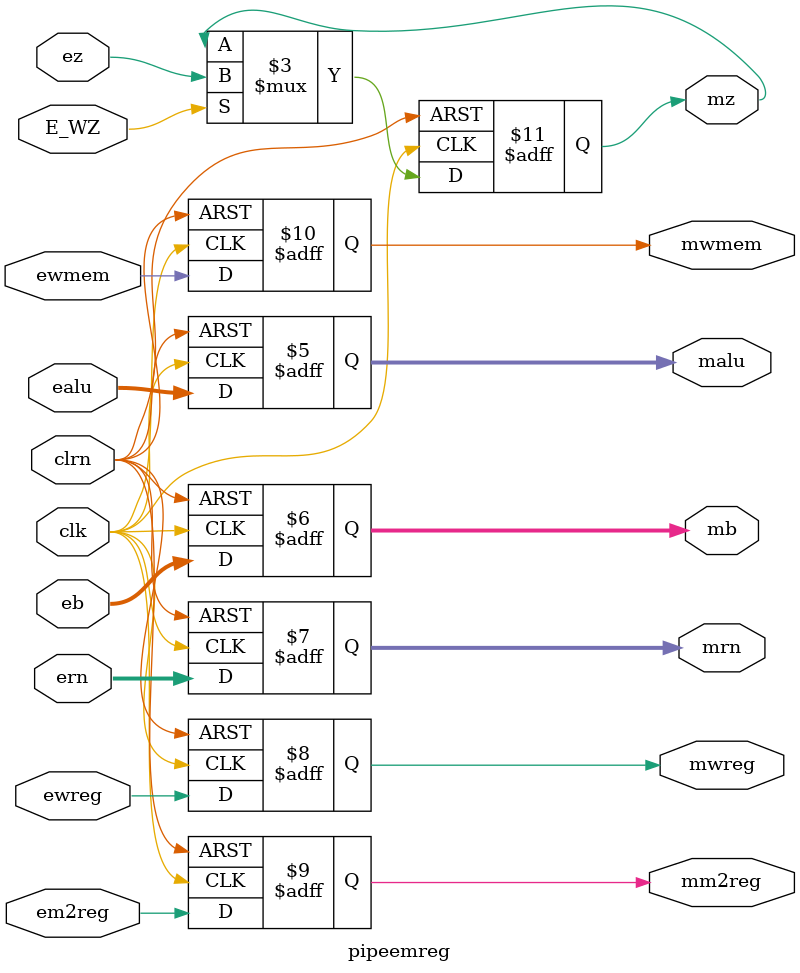
<source format=v>
`timescale 1ns / 1ps
module pipeemreg(ewreg,em2reg,ewmem,ealu,eb,ern,ez,E_WZ,clk,clrn,
                 mwreg,mm2reg,mwmem,malu,mb,mrn,mz
    );
	 input [31:0] ealu,eb;
	 input [4:0] ern;
	 input ewreg,em2reg,ewmem,E_WZ,ez;
	 input clk,clrn;
	 output [31:0] malu,mb;
	 output [4:0] mrn;
	 output mwreg,mm2reg,mwmem,mz;
	 reg [31:0] malu,mb;
	 reg [4:0] mrn;
	 reg mwreg,mm2reg,mwmem,mz;
	 always @(negedge clrn or posedge clk)
	     if(clrn==0)
		      begin
				    mwreg<=0;    mm2reg<=0;
					 mwmem<=0;    malu<=0;
				    mb<=0;       mrn<=0; 
				    mz<=0;      
					 
			   end
			else
			    begin
				     mwreg<=ewreg;    mm2reg<=em2reg;
					  mwmem<=ewmem;    malu<=ealu;
				     mb<=eb;       mrn<=ern; 
					if(E_WZ)
						begin
							mz<=ez;
						end
				 end

endmodule

</source>
